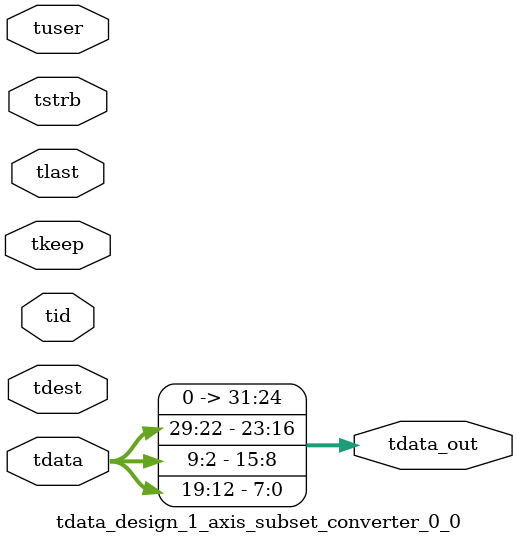
<source format=v>


`timescale 1ps/1ps

module tdata_design_1_axis_subset_converter_0_0 #
(
parameter C_S_AXIS_TDATA_WIDTH = 32,
parameter C_S_AXIS_TUSER_WIDTH = 0,
parameter C_S_AXIS_TID_WIDTH   = 0,
parameter C_S_AXIS_TDEST_WIDTH = 0,
parameter C_M_AXIS_TDATA_WIDTH = 32
)
(
input  [(C_S_AXIS_TDATA_WIDTH == 0 ? 1 : C_S_AXIS_TDATA_WIDTH)-1:0     ] tdata,
input  [(C_S_AXIS_TUSER_WIDTH == 0 ? 1 : C_S_AXIS_TUSER_WIDTH)-1:0     ] tuser,
input  [(C_S_AXIS_TID_WIDTH   == 0 ? 1 : C_S_AXIS_TID_WIDTH)-1:0       ] tid,
input  [(C_S_AXIS_TDEST_WIDTH == 0 ? 1 : C_S_AXIS_TDEST_WIDTH)-1:0     ] tdest,
input  [(C_S_AXIS_TDATA_WIDTH/8)-1:0 ] tkeep,
input  [(C_S_AXIS_TDATA_WIDTH/8)-1:0 ] tstrb,
input                                                                    tlast,
output [C_M_AXIS_TDATA_WIDTH-1:0] tdata_out
);

assign tdata_out = {tdata[29:22],tdata[9:2],tdata[19:12]};

endmodule


</source>
